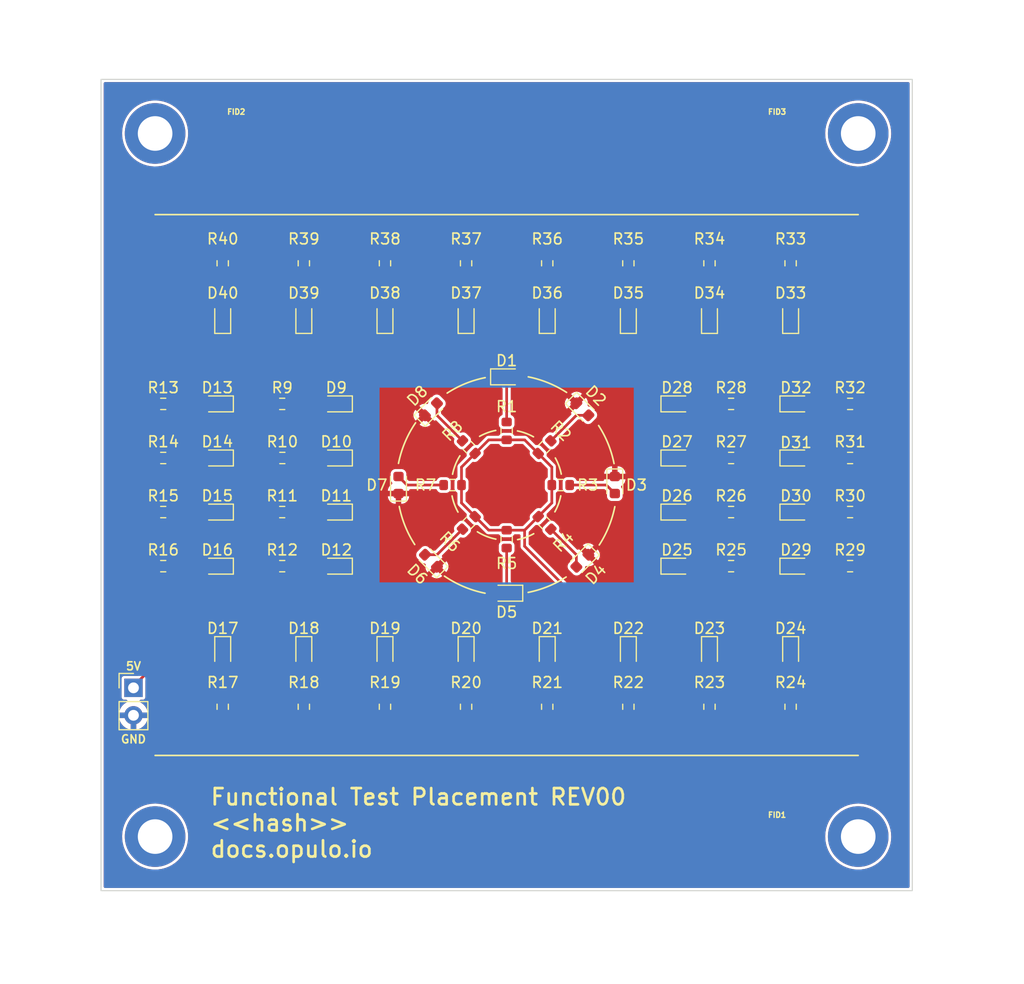
<source format=kicad_pcb>
(kicad_pcb (version 20221018) (generator pcbnew)
  (layers (0 "F.Cu" signal) (31 "B.Cu" signal) (34 "B.Paste" user) (35 "F.Paste" user) (36 "B.SilkS" user "B.Silkscreen") (37 "F.SilkS" user "F.Silkscreen") (38 "B.Mask" user) (39 "F.Mask" user) (44 "Edge.Cuts" user))
  (net 0 "")
  (net 1 "GND")
  (net 2 "Net-(D1-Pad2)")
  (net 3 "Net-(D2-Pad2)")
  (net 4 "Net-(D3-Pad2)")
  (net 5 "Net-(D4-Pad2)")
  (net 6 "Net-(D5-Pad2)")
  (net 7 "Net-(D6-Pad2)")
  (net 8 "Net-(D7-Pad2)")
  (net 9 "Net-(D8-Pad2)")
  (net 10 "VDD")
  (net 11 "Net-(D9-Pad2)")
  (net 12 "Net-(D10-Pad2)")
  (net 13 "Net-(D11-Pad2)")
  (net 14 "Net-(D12-Pad2)")
  (net 15 "Net-(D13-Pad2)")
  (net 16 "Net-(D14-Pad2)")
  (net 17 "Net-(D15-Pad2)")
  (net 18 "Net-(D16-Pad2)")
  (net 19 "Net-(D17-Pad2)")
  (net 20 "Net-(D18-Pad2)")
  (net 21 "Net-(D19-Pad2)")
  (net 22 "Net-(D20-Pad2)")
  (net 23 "Net-(D21-Pad2)")
  (net 24 "Net-(D22-Pad2)")
  (net 25 "Net-(D23-Pad2)")
  (net 26 "Net-(D24-Pad2)")
  (net 27 "Net-(D25-Pad2)")
  (net 28 "Net-(D26-Pad2)")
  (net 29 "Net-(D27-Pad2)")
  (net 30 "Net-(D28-Pad2)")
  (net 31 "Net-(D29-Pad2)")
  (net 32 "Net-(D30-Pad2)")
  (net 33 "Net-(D31-Pad2)")
  (net 34 "Net-(D32-Pad2)")
  (net 35 "Net-(D33-Pad2)")
  (net 36 "Net-(D34-Pad2)")
  (net 37 "Net-(D35-Pad2)")
  (net 38 "Net-(D36-Pad2)")
  (net 39 "Net-(D37-Pad2)")
  (net 40 "Net-(D38-Pad2)")
  (net 41 "Net-(D39-Pad2)")
  (net 42 "Net-(D40-Pad2)")
  (footprint "LED_SMD:LED_0603_1608Metric" (layer "F.Cu") (at 56.25 -53 90)
    (fp_text reference "D34" (at 2.25 0 180) (layer "F.SilkS"))
    (fp_text value "LED_Small")
    (pad "1" smd roundrect (at -0.7875 0 90) (size 0.875 0.95) (layers "F.Cu" "F.Paste" "F.Mask") (net 1 "GND"))
    (pad "2" smd roundrect (at 0.7875 0 90) (size 0.875 0.95) (layers "F.Cu" "F.Paste" "F.Mask") (net 36 "Net-(D34-Pad2)"))
  )
  (footprint "Resistor_SMD:R_0603_1608Metric" (layer "F.Cu") (at 5.75 -30)
    (fp_text reference "R16" (at 0 -1.5 180) (layer "F.SilkS"))
    (fp_text value "R_Small")
    (pad "1" smd roundrect (at -0.825 0) (size 0.8 0.95) (layers "F.Cu" "F.Paste" "F.Mask") (net 10 "VDD"))
    (pad "2" smd roundrect (at 0.825 0) (size 0.8 0.95) (layers "F.Cu" "F.Paste" "F.Mask") (net 18 "Net-(D16-Pad2)"))
  )
  (footprint "Resistor_SMD:R_0603_1608Metric" (layer "F.Cu") (at 69.25 -30 180)
    (fp_text reference "R29" (at 0 1.5) (layer "F.SilkS"))
    (fp_text value "R_Small")
    (pad "1" smd roundrect (at -0.825 0 180) (size 0.8 0.95) (layers "F.Cu" "F.Paste" "F.Mask") (net 10 "VDD"))
    (pad "2" smd roundrect (at 0.825 0 180) (size 0.8 0.95) (layers "F.Cu" "F.Paste" "F.Mask") (net 31 "Net-(D29-Pad2)"))
  )
  (footprint "LED_SMD:LED_0603_1608Metric" (layer "F.Cu") (at 53.25 -45)
    (fp_text reference "D28" (at 0 -1.5) (layer "F.SilkS"))
    (fp_text value "LED_Small")
    (pad "1" smd roundrect (at -0.7875 0) (size 0.875 0.95) (layers "F.Cu" "F.Paste" "F.Mask") (net 1 "GND"))
    (pad "2" smd roundrect (at 0.7875 0) (size 0.875 0.95) (layers "F.Cu" "F.Paste" "F.Mask") (net 30 "Net-(D28-Pad2)"))
  )
  (footprint "Resistor_SMD:R_0603_1608Metric" (layer "F.Cu") (at 40.999966 -40.999987 45)
    (fp_text reference "R2" (at 2.121354 0.000015 315 unlocked) (layer "F.SilkS"))
    (fp_text value "R_Small")
    (pad "1" smd roundrect (at -0.825 0 45) (size 0.8 0.95) (layers "F.Cu" "F.Paste" "F.Mask") (net 10 "VDD"))
    (pad "2" smd roundrect (at 0.825 0 45) (size 0.8 0.95) (layers "F.Cu" "F.Paste" "F.Mask") (net 3 "Net-(D2-Pad2)"))
  )
  (footprint "Resistor_SMD:R_0603_1608Metric" (layer "F.Cu") (at 5.75 -35)
    (fp_text reference "R15" (at 0 -1.5 180) (layer "F.SilkS"))
    (fp_text value "R_Small")
    (pad "1" smd roundrect (at -0.825 0) (size 0.8 0.95) (layers "F.Cu" "F.Paste" "F.Mask") (net 10 "VDD"))
    (pad "2" smd roundrect (at 0.825 0) (size 0.8 0.95) (layers "F.Cu" "F.Paste" "F.Mask") (net 17 "Net-(D15-Pad2)"))
  )
  (footprint "LED_SMD:LED_0603_1608Metric" (layer "F.Cu") (at 44.499966 -44.499987 -45)
    (fp_text reference "D2" (at 0.000015 -1.7678 -45 unlocked) (layer "F.SilkS"))
    (fp_text value "LED_Small")
    (pad "1" smd roundrect (at -0.7875 0 315) (size 0.875 0.95) (layers "F.Cu" "F.Paste" "F.Mask") (net 1 "GND"))
    (pad "2" smd roundrect (at 0.7875 0 315) (size 0.875 0.95) (layers "F.Cu" "F.Paste" "F.Mask") (net 3 "Net-(D2-Pad2)"))
  )
  (footprint "Resistor_SMD:R_0603_1608Metric" (layer "F.Cu") (at 63.75 -17 90)
    (fp_text reference "R24" (at 2.25 0 180) (layer "F.SilkS"))
    (fp_text value "R_Small")
    (pad "1" smd roundrect (at -0.825 0 90) (size 0.8 0.95) (layers "F.Cu" "F.Paste" "F.Mask") (net 10 "VDD"))
    (pad "2" smd roundrect (at 0.825 0 90) (size 0.8 0.95) (layers "F.Cu" "F.Paste" "F.Mask") (net 26 "Net-(D24-Pad2)"))
  )
  (footprint "LED_SMD:LED_0603_1608Metric" (layer "F.Cu") (at 21.75 -35 180)
    (fp_text reference "D11" (at 0 1.5) (layer "F.SilkS"))
    (fp_text value "LED_Small")
    (pad "1" smd roundrect (at -0.7875 0 180) (size 0.875 0.95) (layers "F.Cu" "F.Paste" "F.Mask") (net 1 "GND"))
    (pad "2" smd roundrect (at 0.7875 0 180) (size 0.875 0.95) (layers "F.Cu" "F.Paste" "F.Mask") (net 13 "Net-(D11-Pad2)"))
  )
  (footprint "Resistor_SMD:R_0603_1608Metric" (layer "F.Cu") (at 42.499966 -37.499987)
    (fp_text reference "R3" (at 2.500034 0) (layer "F.SilkS"))
    (fp_text value "R_Small")
    (pad "1" smd roundrect (at -0.825 0) (size 0.8 0.95) (layers "F.Cu" "F.Paste" "F.Mask") (net 10 "VDD"))
    (pad "2" smd roundrect (at 0.825 0) (size 0.8 0.95) (layers "F.Cu" "F.Paste" "F.Mask") (net 4 "Net-(D3-Pad2)"))
  )
  (footprint "LED_SMD:LED_0603_1608Metric" (layer "F.Cu") (at 30.499966 -44.499987 45)
    (fp_text reference "D8" (at 0.000033 -1.767752 45) (layer "F.SilkS"))
    (fp_text value "LED_Small")
    (pad "1" smd roundrect (at -0.7875 0 45) (size 0.875 0.95) (layers "F.Cu" "F.Paste" "F.Mask") (net 1 "GND"))
    (pad "2" smd roundrect (at 0.7875 0 45) (size 0.875 0.95) (layers "F.Cu" "F.Paste" "F.Mask") (net 9 "Net-(D8-Pad2)"))
  )
  (footprint "Resistor_SMD:R_0603_1608Metric" (layer "F.Cu") (at 16.75 -35)
    (fp_text reference "R11" (at 0 -1.5) (layer "F.SilkS"))
    (fp_text value "R_Small")
    (pad "1" smd roundrect (at -0.825 0) (size 0.8 0.95) (layers "F.Cu" "F.Paste" "F.Mask") (net 10 "VDD"))
    (pad "2" smd roundrect (at 0.825 0) (size 0.8 0.95) (layers "F.Cu" "F.Paste" "F.Mask") (net 13 "Net-(D11-Pad2)"))
  )
  (footprint "Resistor_SMD:R_0603_1608Metric" (layer "F.Cu") (at 63.75 -58 -90)
    (fp_text reference "R33" (at -2.25 0 180) (layer "F.SilkS"))
    (fp_text value "R_Small")
    (pad "1" smd roundrect (at -0.825 0 270) (size 0.8 0.95) (layers "F.Cu" "F.Paste" "F.Mask") (net 10 "VDD"))
    (pad "2" smd roundrect (at 0.825 0 270) (size 0.8 0.95) (layers "F.Cu" "F.Paste" "F.Mask") (net 35 "Net-(D33-Pad2)"))
  )
  (footprint "LED_SMD:LED_0603_1608Metric" (layer "F.Cu") (at 41.25 -53 90)
    (fp_text reference "D36" (at 2.25 0 180) (layer "F.SilkS"))
    (fp_text value "LED_Small")
    (pad "1" smd roundrect (at -0.7875 0 90) (size 0.875 0.95) (layers "F.Cu" "F.Paste" "F.Mask") (net 1 "GND"))
    (pad "2" smd roundrect (at 0.7875 0 90) (size 0.875 0.95) (layers "F.Cu" "F.Paste" "F.Mask") (net 38 "Net-(D36-Pad2)"))
  )
  (footprint "Resistor_SMD:R_0603_1608Metric" (layer "F.Cu") (at 18.75 -17 90)
    (fp_text reference "R18" (at 2.25 0 180) (layer "F.SilkS"))
    (fp_text value "R_Small")
    (pad "1" smd roundrect (at -0.825 0 90) (size 0.8 0.95) (layers "F.Cu" "F.Paste" "F.Mask") (net 10 "VDD"))
    (pad "2" smd roundrect (at 0.825 0 90) (size 0.8 0.95) (layers "F.Cu" "F.Paste" "F.Mask") (net 20 "Net-(D18-Pad2)"))
  )
  (footprint "LED_SMD:LED_0603_1608Metric" (layer "F.Cu") (at 10.75 -35 180)
    (fp_text reference "D15" (at 0 1.5 180) (layer "F.SilkS"))
    (fp_text value "LED_Small")
    (pad "1" smd roundrect (at -0.7875 0 180) (size 0.875 0.95) (layers "F.Cu" "F.Paste" "F.Mask") (net 1 "GND"))
    (pad "2" smd roundrect (at 0.7875 0 180) (size 0.875 0.95) (layers "F.Cu" "F.Paste" "F.Mask") (net 17 "Net-(D15-Pad2)"))
  )
  (footprint "LED_SMD:LED_0603_1608Metric" (layer "F.Cu") (at 10.75 -30 180)
    (fp_text reference "D16" (at 0 1.5 180) (layer "F.SilkS"))
    (fp_text value "LED_Small")
    (pad "1" smd roundrect (at -0.7875 0 180) (size 0.875 0.95) (layers "F.Cu" "F.Paste" "F.Mask") (net 1 "GND"))
    (pad "2" smd roundrect (at 0.7875 0 180) (size 0.875 0.95) (layers "F.Cu" "F.Paste" "F.Mask") (net 18 "Net-(D16-Pad2)"))
  )
  (footprint "Resistor_SMD:R_0603_1608Metric" (layer "F.Cu") (at 69.25 -45 180)
    (fp_text reference "R32" (at 0 1.5) (layer "F.SilkS"))
    (fp_text value "R_Small")
    (pad "1" smd roundrect (at -0.825 0 180) (size 0.8 0.95) (layers "F.Cu" "F.Paste" "F.Mask") (net 10 "VDD"))
    (pad "2" smd roundrect (at 0.825 0 180) (size 0.8 0.95) (layers "F.Cu" "F.Paste" "F.Mask") (net 34 "Net-(D32-Pad2)"))
  )
  (footprint "LED_SMD:LED_0603_1608Metric" (layer "F.Cu") (at 64.25 -40)
    (fp_text reference "D31" (at 0 -1.43) (layer "F.SilkS"))
    (fp_text value "LED_Small")
    (pad "1" smd roundrect (at -0.7875 0) (size 0.875 0.95) (layers "F.Cu" "F.Paste" "F.Mask") (net 1 "GND"))
    (pad "2" smd roundrect (at 0.7875 0) (size 0.875 0.95) (layers "F.Cu" "F.Paste" "F.Mask") (net 33 "Net-(D31-Pad2)"))
  )
  (footprint "MountingHole:MountingHole_3.2mm_M3_DIN965_Pad" (layer "F.Cu") (at 70 -5)
    (fp_text reference "REF**" hide)
    (fp_text value "MountingHole_3.2mm_M3_DIN965_Pad")
    (pad "1" thru_hole circle (at 0 0) (size 5.6 5.6) (drill 3.2) (layers "*.Cu" "*.Mask"))
  )
  (footprint "LED_SMD:LED_0603_1608Metric" (layer "F.Cu") (at 26.25 -22 -90)
    (fp_text reference "D19" (at -2.25 0 180) (layer "F.SilkS"))
    (fp_text value "LED_Small")
    (pad "1" smd roundrect (at -0.7875 0 270) (size 0.875 0.95) (layers "F.Cu" "F.Paste" "F.Mask") (net 1 "GND"))
    (pad "2" smd roundrect (at 0.7875 0 270) (size 0.875 0.95) (layers "F.Cu" "F.Paste" "F.Mask") (net 21 "Net-(D19-Pad2)"))
  )
  (footprint "LED_SMD:LED_0603_1608Metric" (layer "F.Cu") (at 30.499966 -30.499987 135)
    (fp_text reference "D6" (at -0.000015 -1.767734 315 unlocked) (layer "F.SilkS"))
    (fp_text value "LED_Small")
    (pad "1" smd roundrect (at -0.7875 0 135) (size 0.875 0.95) (layers "F.Cu" "F.Paste" "F.Mask") (net 1 "GND"))
    (pad "2" smd roundrect (at 0.7875 0 135) (size 0.875 0.95) (layers "F.Cu" "F.Paste" "F.Mask") (net 7 "Net-(D6-Pad2)"))
  )
  (footprint "LED_SMD:LED_0603_1608Metric" (layer "F.Cu") (at 53.25 -30)
    (fp_text reference "D25" (at 0 -1.5) (layer "F.SilkS"))
    (fp_text value "LED_Small")
    (pad "1" smd roundrect (at -0.7875 0) (size 0.875 0.95) (layers "F.Cu" "F.Paste" "F.Mask") (net 1 "GND"))
    (pad "2" smd roundrect (at 0.7875 0) (size 0.875 0.95) (layers "F.Cu" "F.Paste" "F.Mask") (net 27 "Net-(D25-Pad2)"))
  )
  (footprint "Resistor_SMD:R_0603_1608Metric" (layer "F.Cu") (at 16.75 -30)
    (fp_text reference "R12" (at 0 -1.5) (layer "F.SilkS"))
    (fp_text value "R_Small")
    (pad "1" smd roundrect (at -0.825 0) (size 0.8 0.95) (layers "F.Cu" "F.Paste" "F.Mask") (net 10 "VDD"))
    (pad "2" smd roundrect (at 0.825 0) (size 0.8 0.95) (layers "F.Cu" "F.Paste" "F.Mask") (net 14 "Net-(D12-Pad2)"))
  )
  (footprint "Resistor_SMD:R_0603_1608Metric" (layer "F.Cu") (at 37.499966 -32.499987 -90)
    (fp_text reference "R5" (at 2.249987 0 180) (layer "F.SilkS"))
    (fp_text value "R_Small")
    (pad "1" smd roundrect (at -0.825 0 270) (size 0.8 0.95) (layers "F.Cu" "F.Paste" "F.Mask") (net 10 "VDD"))
    (pad "2" smd roundrect (at 0.825 0 270) (size 0.8 0.95) (layers "F.Cu" "F.Paste" "F.Mask") (net 6 "Net-(D5-Pad2)"))
  )
  (footprint "MountingHole:MountingHole_3.2mm_M3_DIN965_Pad" (layer "F.Cu") (at 5 -70)
    (fp_text reference "REF**" hide)
    (fp_text value "MountingHole_3.2mm_M3_DIN965_Pad")
    (pad "1" thru_hole circle (at 0 0) (size 5.6 5.6) (drill 3.2) (layers "*.Cu" "*.Mask"))
  )
  (footprint "Resistor_SMD:R_0603_1608Metric" (layer "F.Cu") (at 5.75 -45)
    (fp_text reference "R13" (at 0 -1.5 180) (layer "F.SilkS"))
    (fp_text value "R_Small")
    (pad "1" smd roundrect (at -0.825 0) (size 0.8 0.95) (layers "F.Cu" "F.Paste" "F.Mask") (net 10 "VDD"))
    (pad "2" smd roundrect (at 0.825 0) (size 0.8 0.95) (layers "F.Cu" "F.Paste" "F.Mask") (net 15 "Net-(D13-Pad2)"))
  )
  (footprint "Connector_PinHeader_2.54mm:PinHeader_1x02_P2.54mm_Vertical" (layer "F.Cu") (at 3 -18.75)
    (fp_text reference "J1" hide)
    (fp_text value "Conn_01x02_Male")
    (pad "1" thru_hole rect (at 0 0) (size 1.7 1.7) (drill 1) (layers "*.Cu" "*.Mask") (net 10 "VDD"))
    (pad "2" thru_hole oval (at 0 2.54) (size 1.7 1.7) (drill 1) (layers "*.Cu" "*.Mask") (net 1 "GND"))
  )
  (footprint "Resistor_SMD:R_0603_1608Metric" (layer "F.Cu") (at 33.999966 -33.999987 -135)
    (fp_text reference "R6" (at 2.474841 -0.000015 -45 unlocked) (layer "F.SilkS"))
    (fp_text value "R_Small")
    (pad "1" smd roundrect (at -0.825 0 225) (size 0.8 0.95) (layers "F.Cu" "F.Paste" "F.Mask") (net 10 "VDD"))
    (pad "2" smd roundrect (at 0.825 0 225) (size 0.8 0.95) (layers "F.Cu" "F.Paste" "F.Mask") (net 7 "Net-(D6-Pad2)"))
  )
  (footprint "Resistor_SMD:R_0603_1608Metric" (layer "F.Cu") (at 56.25 -17 90)
    (fp_text reference "R23" (at 2.25 0 180) (layer "F.SilkS"))
    (fp_text value "R_Small")
    (pad "1" smd roundrect (at -0.825 0 90) (size 0.8 0.95) (layers "F.Cu" "F.Paste" "F.Mask") (net 10 "VDD"))
    (pad "2" smd roundrect (at 0.825 0 90) (size 0.8 0.95) (layers "F.Cu" "F.Paste" "F.Mask") (net 25 "Net-(D23-Pad2)"))
  )
  (footprint "Resistor_SMD:R_0603_1608Metric" (layer "F.Cu") (at 33.75 -58 -90)
    (fp_text reference "R37" (at -2.25 0 180) (layer "F.SilkS"))
    (fp_text value "R_Small")
    (pad "1" smd roundrect (at -0.825 0 270) (size 0.8 0.95) (layers "F.Cu" "F.Paste" "F.Mask") (net 10 "VDD"))
    (pad "2" smd roundrect (at 0.825 0 270) (size 0.8 0.95) (layers "F.Cu" "F.Paste" "F.Mask") (net 39 "Net-(D37-Pad2)"))
  )
  (footprint "LED_SMD:LED_0603_1608Metric" (layer "F.Cu") (at 64.25 -35)
    (fp_text reference "D30" (at 0 -1.5) (layer "F.SilkS"))
    (fp_text value "LED_Small")
    (pad "1" smd roundrect (at -0.7875 0) (size 0.875 0.95) (layers "F.Cu" "F.Paste" "F.Mask") (net 1 "GND"))
    (pad "2" smd roundrect (at 0.7875 0) (size 0.875 0.95) (layers "F.Cu" "F.Paste" "F.Mask") (net 32 "Net-(D30-Pad2)"))
  )
  (footprint "LED_SMD:LED_0603_1608Metric" (layer "F.Cu") (at 48.75 -22 -90)
    (fp_text reference "D22" (at -2.25 0 180) (layer "F.SilkS"))
    (fp_text value "LED_Small")
    (pad "1" smd roundrect (at -0.7875 0 270) (size 0.875 0.95) (layers "F.Cu" "F.Paste" "F.Mask") (net 1 "GND"))
    (pad "2" smd roundrect (at 0.7875 0 270) (size 0.875 0.95) (layers "F.Cu" "F.Paste" "F.Mask") (net 24 "Net-(D22-Pad2)"))
  )
  (footprint "Resistor_SMD:R_0603_1608Metric" (layer "F.Cu") (at 16.75 -45)
    (fp_text reference "R9" (at 0 -1.5) (layer "F.SilkS"))
    (fp_text value "R_Small")
    (pad "1" smd roundrect (at -0.825 0) (size 0.8 0.95) (layers "F.Cu" "F.Paste" "F.Mask") (net 10 "VDD"))
    (pad "2" smd roundrect (at 0.825 0) (size 0.8 0.95) (layers "F.Cu" "F.Paste" "F.Mask") (net 11 "Net-(D9-Pad2)"))
  )
  (footprint "Resistor_SMD:R_0603_1608Metric" (layer "F.Cu") (at 26.25 -58 -90)
    (fp_text reference "R38" (at -2.25 0 180) (layer "F.SilkS"))
    (fp_text value "R_Small")
    (pad "1" smd roundrect (at -0.825 0 270) (size 0.8 0.95) (layers "F.Cu" "F.Paste" "F.Mask") (net 10 "VDD"))
    (pad "2" smd roundrect (at 0.825 0 270) (size 0.8 0.95) (layers "F.Cu" "F.Paste" "F.Mask") (net 40 "Net-(D38-Pad2)"))
  )
  (footprint "LED_SMD:LED_0603_1608Metric" (layer "F.Cu") (at 41.25 -22 -90)
    (fp_text reference "D21" (at -2.25 0 180) (layer "F.SilkS"))
    (fp_text value "LED_Small")
    (pad "1" smd roundrect (at -0.7875 0 270) (size 0.875 0.95) (layers "F.Cu" "F.Paste" "F.Mask") (net 1 "GND"))
    (pad "2" smd roundrect (at 0.7875 0 270) (size 0.875 0.95) (layers "F.Cu" "F.Paste" "F.Mask") (net 23 "Net-(D21-Pad2)"))
  )
  (footprint "LED_SMD:LED_0603_1608Metric" (layer "F.Cu") (at 64.25 -45)
    (fp_text reference "D32" (at 0 -1.5) (layer "F.SilkS"))
    (fp_text value "LED_Small")
    (pad "1" smd roundrect (at -0.7875 0) (size 0.875 0.95) (layers "F.Cu" "F.Paste" "F.Mask") (net 1 "GND"))
    (pad "2" smd roundrect (at 0.7875 0) (size 0.875 0.95) (layers "F.Cu" "F.Paste" "F.Mask") (net 34 "Net-(D32-Pad2)"))
  )
  (footprint "LED_SMD:LED_0603_1608Metric" (layer "F.Cu") (at 33.75 -22 -90)
    (fp_text reference "D20" (at -2.25 0 180) (layer "F.SilkS"))
    (fp_text value "LED_Small")
    (pad "1" smd roundrect (at -0.7875 0 270) (size 0.875 0.95) (layers "F.Cu" "F.Paste" "F.Mask") (net 1 "GND"))
    (pad "2" smd roundrect (at 0.7875 0 270) (size 0.875 0.95) (layers "F.Cu" "F.Paste" "F.Mask") (net 22 "Net-(D20-Pad2)"))
  )
  (footprint "Resistor_SMD:R_0603_1608Metric" (layer "F.Cu") (at 58.25 -30 180)
    (fp_text reference "R25" (at 0 1.5) (layer "F.SilkS"))
    (fp_text value "R_Small")
    (pad "1" smd roundrect (at -0.825 0 180) (size 0.8 0.95) (layers "F.Cu" "F.Paste" "F.Mask") (net 10 "VDD"))
    (pad "2" smd roundrect (at 0.825 0 180) (size 0.8 0.95) (layers "F.Cu" "F.Paste" "F.Mask") (net 27 "Net-(D25-Pad2)"))
  )
  (footprint "LED_SMD:LED_0603_1608Metric" (layer "F.Cu") (at 11.25 -22 -90)
    (fp_text reference "D17" (at -2.25 0 180) (layer "F.SilkS"))
    (fp_text value "LED_Small")
    (pad "1" smd roundrect (at -0.7875 0 270) (size 0.875 0.95) (layers "F.Cu" "F.Paste" "F.Mask") (net 1 "GND"))
    (pad "2" smd roundrect (at 0.7875 0 270) (size 0.875 0.95) (layers "F.Cu" "F.Paste" "F.Mask") (net 19 "Net-(D17-Pad2)"))
  )
  (footprint "Resistor_SMD:R_0603_1608Metric" (layer "F.Cu") (at 16.7625 -40)
    (fp_text reference "R10" (at 0 -1.5) (layer "F.SilkS"))
    (fp_text value "R_Small")
    (pad "1" smd roundrect (at -0.825 0) (size 0.8 0.95) (layers "F.Cu" "F.Paste" "F.Mask") (net 10 "VDD"))
    (pad "2" smd roundrect (at 0.825 0) (size 0.8 0.95) (layers "F.Cu" "F.Paste" "F.Mask") (net 12 "Net-(D10-Pad2)"))
  )
  (footprint "MountingHole:MountingHole_3.2mm_M3_DIN965_Pad" (layer "F.Cu") (at 70 -70)
    (fp_text reference "REF**" hide)
    (fp_text value "MountingHole_3.2mm_M3_DIN965_Pad")
    (pad "1" thru_hole circle (at 0 0) (size 5.6 5.6) (drill 3.2) (layers "*.Cu" "*.Mask"))
  )
  (footprint "LED_SMD:LED_0603_1608Metric" (layer "F.Cu") (at 53.25 -35)
    (fp_text reference "D26" (at 0 -1.5) (layer "F.SilkS"))
    (fp_text value "LED_Small")
    (pad "1" smd roundrect (at -0.7875 0) (size 0.875 0.95) (layers "F.Cu" "F.Paste" "F.Mask") (net 1 "GND"))
    (pad "2" smd roundrect (at 0.7875 0) (size 0.875 0.95) (layers "F.Cu" "F.Paste" "F.Mask") (net 28 "Net-(D26-Pad2)"))
  )
  (footprint "Resistor_SMD:R_0603_1608Metric" (layer "F.Cu") (at 40.999966 -33.999987 -45)
    (fp_text reference "R4" (at 2.474889 -0.000033 225) (layer "F.SilkS"))
    (fp_text value "R_Small")
    (pad "1" smd roundrect (at -0.825 0 315) (size 0.8 0.95) (layers "F.Cu" "F.Paste" "F.Mask") (net 10 "VDD"))
    (pad "2" smd roundrect (at 0.825 0 315) (size 0.8 0.95) (layers "F.Cu" "F.Paste" "F.Mask") (net 5 "Net-(D4-Pad2)"))
  )
  (footprint "LED_SMD:LED_0603_1608Metric" (layer "F.Cu") (at 47.499966 -37.499987 -90)
    (fp_text reference "D3" (at 0 -2.000034 unlocked) (layer "F.SilkS"))
    (fp_text value "LED_Small")
    (pad "1" smd roundrect (at -0.7875 0 270) (size 0.875 0.95) (layers "F.Cu" "F.Paste" "F.Mask") (net 1 "GND"))
    (pad "2" smd roundrect (at 0.7875 0 270) (size 0.875 0.95) (layers "F.Cu" "F.Paste" "F.Mask") (net 4 "Net-(D3-Pad2)"))
  )
  (footprint "Resistor_SMD:R_0603_1608Metric" (layer "F.Cu") (at 5.75 -40)
    (fp_text reference "R14" (at 0 -1.5 180) (layer "F.SilkS"))
    (fp_text value "R_Small")
    (pad "1" smd roundrect (at -0.825 0) (size 0.8 0.95) (layers "F.Cu" "F.Paste" "F.Mask") (net 10 "VDD"))
    (pad "2" smd roundrect (at 0.825 0) (size 0.8 0.95) (layers "F.Cu" "F.Paste" "F.Mask") (net 16 "Net-(D14-Pad2)"))
  )
  (footprint "LED_SMD:LED_0603_1608Metric" (layer "F.Cu") (at 56.25 -22 -90)
    (fp_text reference "D23" (at -2.25 0 180) (layer "F.SilkS"))
    (fp_text value "LED_Small")
    (pad "1" smd roundrect (at -0.7875 0 270) (size 0.875 0.95) (layers "F.Cu" "F.Paste" "F.Mask") (net 1 "GND"))
    (pad "2" smd roundrect (at 0.7875 0 270) (size 0.875 0.95) (layers "F.Cu" "F.Paste" "F.Mask") (net 25 "Net-(D23-Pad2)"))
  )
  (footprint "LED_SMD:LED_0603_1608Metric" (layer "F.Cu") (at 48.75 -53 90)
    (fp_text reference "D35" (at 2.25 0 180) (layer "F.SilkS"))
    (fp_text value "LED_Small")
    (pad "1" smd roundrect (at -0.7875 0 90) (size 0.875 0.95) (layers "F.Cu" "F.Paste" "F.Mask") (net 1 "GND"))
    (pad "2" smd roundrect (at 0.7875 0 90) (size 0.875 0.95) (layers "F.Cu" "F.Paste" "F.Mask") (net 37 "Net-(D35-Pad2)"))
  )
  (footprint "Fiducial:Fiducial_1mm_Mask3mm" (layer "F.Cu") (at 62.5 -70)
    (fp_text reference "FID3" (at 0 -2) (layer "F.SilkS") (effects (font (size 0.5 0.5) (thickness 0.125))))
    (fp_text value "Fiducial")
    (pad "" smd circle (at 0 0) (size 1 1) (layers "F.Cu" "F.Mask") (clearance 1))
  )
  (footprint "MountingHole:MountingHole_3.2mm_M3_DIN965_Pad" (layer "F.Cu") (at 5 -5)
    (fp_text reference "REF**" hide)
    (fp_text value "MountingHole_3.2mm_M3_DIN965_Pad")
    (pad "1" thru_hole circle (at 0 0) (size 5.6 5.6) (drill 3.2) (layers "*.Cu" "*.Mask"))
  )
  (footprint "Resistor_SMD:R_0603_1608Metric" (layer "F.Cu") (at 37.499966 -42.499987 90)
    (fp_text reference "R1" (at 2.250013 0 180) (layer "F.SilkS"))
    (fp_text value "R_Small")
    (pad "1" smd roundrect (at -0.825 0 90) (size 0.8 0.95) (layers "F.Cu" "F.Paste" "F.Mask") (net 10 "VDD"))
    (pad "2" smd roundrect (at 0.825 0 90) (size 0.8 0.95) (layers "F.Cu" "F.Paste" "F.Mask") (net 2 "Net-(D1-Pad2)"))
  )
  (footprint "Resistor_SMD:R_0603_1608Metric" (layer "F.Cu") (at 41.25 -17 90)
    (fp_text reference "R21" (at 2.25 0 180) (layer "F.SilkS"))
    (fp_text value "R_Small")
    (pad "1" smd roundrect (at -0.825 0 90) (size 0.8 0.95) (layers "F.Cu" "F.Paste" "F.Mask") (net 10 "VDD"))
    (pad "2" smd roundrect (at 0.825 0 90) (size 0.8 0.95) (layers "F.Cu" "F.Paste" "F.Mask") (net 23 "Net-(D21-Pad2)"))
  )
  (footprint "Resistor_SMD:R_0603_1608Metric" (layer "F.Cu") (at 41.25 -58 -90)
    (fp_text reference "R36" (at -2.25 0 180) (layer "F.SilkS"))
    (fp_text value "R_Small")
    (pad "1" smd roundrect (at -0.825 0 270) (size 0.8 0.95) (layers "F.Cu" "F.Paste" "F.Mask") (net 10 "VDD"))
    (pad "2" smd roundrect (at 0.825 0 270) (size 0.8 0.95) (layers "F.Cu" "F.Paste" "F.Mask") (net 38 "Net-(D36-Pad2)"))
  )
  (footprint "LED_SMD:LED_0603_1608Metric" (layer "F.Cu") (at 21.75 -40 180)
    (fp_text reference "D10" (at 0 1.5) (layer "F.SilkS"))
    (fp_text value "LED_Small")
    (pad "1" smd roundrect (at -0.7875 0 180) (size 0.875 0.95) (layers "F.Cu" "F.Paste" "F.Mask") (net 1 "GND"))
    (pad "2" smd roundrect (at 0.7875 0 180) (size 0.875 0.95) (layers "F.Cu" "F.Paste" "F.Mask") (net 12 "Net-(D10-Pad2)"))
  )
  (footprint "LED_SMD:LED_0603_1608Metric" (layer "F.Cu") (at 64.25 -30)
    (fp_text reference "D29" (at 0 -1.5) (layer "F.SilkS"))
    (fp_text value "LED_Small")
    (pad "1" smd roundrect (at -0.7875 0) (size 0.875 0.95) (layers "F.Cu" "F.Paste" "F.Mask") (net 1 "GND"))
    (pad "2" smd roundrect (at 0.7875 0) (size 0.875 0.95) (layers "F.Cu" "F.Paste" "F.Mask") (net 31 "Net-(D29-Pad2)"))
  )
  (footprint "Resistor_SMD:R_0603_1608Metric" (layer "F.Cu") (at 58.25 -45 180)
    (fp_text reference "R28" (at 0 1.5) (layer "F.SilkS"))
    (fp_text value "R_Small")
    (pad "1" smd roundrect (at -0.825 0 180) (size 0.8 0.95) (layers "F.Cu" "F.Paste" "F.Mask") (net 10 "VDD"))
    (pad "2" smd roundrect (at 0.825 0 180) (size 0.8 0.95) (layers "F.Cu" "F.Paste" "F.Mask") (net 30 "Net-(D28-Pad2)"))
  )
  (footprint "Resistor_SMD:R_0603_1608Metric" (layer "F.Cu") (at 26.25 -17 90)
    (fp_text reference "R19" (at 2.25 0 180) (layer "F.SilkS"))
    (fp_text value "R_Small")
    (pad "1" smd roundrect (at -0.825 0 90) (size 0.8 0.95) (layers "F.Cu" "F.Paste" "F.Mask") (net 10 "VDD"))
    (pad "2" smd roundrect (at 0.825 0 90) (size 0.8 0.95) (layers "F.Cu" "F.Paste" "F.Mask") (net 21 "Net-(D19-Pad2)"))
  )
  (footprint "LED_SMD:LED_0603_1608Metric" (layer "F.Cu") (at 63.75 -22 -90)
    (fp_text reference "D24" (at -2.25 0 180) (layer "F.SilkS"))
    (fp_text value "LED_Small")
    (pad "1" smd roundrect (at -0.7875 0 270) (size 0.875 0.95) (layers "F.Cu" "F.Paste" "F.Mask") (net 1 "GND"))
    (pad "2" smd roundrect (at 0.7875 0 270) (size 0.875 0.95) (layers "F.Cu" "F.Paste" "F.Mask") (net 26 "Net-(D24-Pad2)"))
  )
  (footprint "Resistor_SMD:R_0603_1608Metric" (layer "F.Cu") (at 11.25 -17 90)
    (fp_text reference "R17" (at 2.25 0 180) (layer "F.SilkS"))
    (fp_text value "R_Small")
    (pad "1" smd roundrect (at -0.825 0 90) (size 0.8 0.95) (layers "F.Cu" "F.Paste" "F.Mask") (net 10 "VDD"))
    (pad "2" smd roundrect (at 0.825 0 90) (size 0.8 0.95) (layers "F.Cu" "F.Paste" "F.Mask") (net 19 "Net-(D17-Pad2)"))
  )
  (footprint "LED_SMD:LED_0603_1608Metric" (layer "F.Cu") (at 27.499966 -37.499987 90)
    (fp_text reference "D7" (at 0.000013 -1.999966 180) (layer "F.SilkS"))
    (fp_text value "LED_Small")
    (pad "1" smd roundrect (at -0.7875 0 90) (size 0.875 0.95) (layers "F.Cu" "F.Paste" "F.Mask") (net 1 "GND"))
    (pad "2" smd roundrect (at 0.7875 0 90) (size 0.875 0.95) (layers "F.Cu" "F.Paste" "F.Mask") (net 8 "Net-(D7-Pad2)"))
  )
  (footprint "LED_SMD:LED_0603_1608Metric" (layer "F.Cu") (at 18.75 -22 -90)
    (fp_text reference "D18" (at -2.25 0 180) (layer "F.SilkS"))
    (fp_text value "LED_Small")
    (pad "1" smd roundrect (at -0.7875 0 270) (size 0.875 0.95) (layers "F.Cu" "F.Paste" "F.Mask") (net 1 "GND"))
    (pad "2" smd roundrect (at 0.7875 0 270) (size 0.875 0.95) (layers "F.Cu" "F.Paste" "F.Mask") (net 20 "Net-(D18-Pad2)"))
  )
  (footprint "Resistor_SMD:R_0603_1608Metric" (layer "F.Cu") (at 18.75 -58 -90)
    (fp_text reference "R39" (at -2.25 0 180) (layer "F.SilkS"))
    (fp_text value "R_Small")
    (pad "1" smd roundrect (at -0.825 0 270) (size 0.8 0.95) (layers "F.Cu" "F.Paste" "F.Mask") (net 10 "VDD"))
    (pad "2" smd roundrect (at 0.825 0 270) (size 0.8 0.95) (layers "F.Cu" "F.Paste" "F.Mask") (net 41 "Net-(D39-Pad2)"))
  )
  (footprint "Resistor_SMD:R_0603_1608Metric" (layer "F.Cu") (at 48.75 -17 90)
    (fp_text reference "R22" (at 2.25 0 180) (layer "F.SilkS"))
    (fp_text value "R_Small")
    (pad "1" smd roundrect (at -0.825 0 90) (size 0.8 0.95) (layers "F.Cu" "F.Paste" "F.Mask") (net 10 "VDD"))
    (pad "2" smd roundrect (at 0.825 0 90) (size 0.8 0.95) (layers "F.Cu" "F.Paste" "F.Mask") (net 24 "Net-(D22-Pad2)"))
  )
  (footprint "LED_SMD:LED_0603_1608Metric" (layer "F.Cu") (at 10.75 -40 180)
    (fp_text reference "D14" (at 0 1.5 180) (layer "F.SilkS"))
    (fp_text value "LED_Small")
    (pad "1" smd roundrect (at -0.7875 0 180) (size 0.875 0.95) (layers "F.Cu" "F.Paste" "F.Mask") (net 1 "GND"))
    (pad "2" smd roundrect (at 0.7875 0 180) (size 0.875 0.95) (layers "F.Cu" "F.Paste" "F.Mask") (net 16 "Net-(D14-Pad2)"))
  )
  (footprint "LED_SMD:LED_0603_1608Metric" (layer "F.Cu") (at 37.499966 -27.499987 180)
    (fp_text reference "D5" (at -0.000034 -1.749987) (layer "F.SilkS"))
    (fp_text value "LED_Small")
    (pad "1" smd roundrect (at -0.7875 0 180) (size 0.875 0.95) (layers "F.Cu" "F.Paste" "F.Mask") (net 1 "GND"))
    (pad "2" smd roundrect (at 0.7875 0 180) (size 0.875 0.95) (layers "F.Cu" "F.Paste" "F.Mask") (net 6 "Net-(D5-Pad2)"))
  )
  (footprint "LED_SMD:LED_0603_1608Metric" (layer "F.Cu") (at 21.75 -30 180)
    (fp_text reference "D12" (at 0 1.5) (layer "F.SilkS"))
    (fp_text value "LED_Small")
    (pad "1" smd roundrect (at -0.7875 0 180) (size 0.875 0.95) (layers "F.Cu" "F.Paste" "F.Mask") (net 1 "GND"))
    (pad "2" smd roundrect (at 0.7875 0 180) (size 0.875 0.95) (layers "F.Cu" "F.Paste" "F.Mask") (net 14 "Net-(D12-Pad2)"))
  )
  (footprint "Resistor_SMD:R_0603_1608Metric" (layer "F.Cu") (at 33.999966 -40.999987 135)
    (fp_text reference "R8" (at 2.12132 0 225) (layer "F.SilkS"))
    (fp_text value "R_Small")
    (pad "1" smd roundrect (at -0.825 0 135) (size 0.8 0.95) (layers "F.Cu" "F.Paste" "F.Mask") (net 10 "VDD"))
    (pad "2" smd roundrect (at 0.825 0 135) (size 0.8 0.95) (layers "F.Cu" "F.Paste" "F.Mask") (net 9 "Net-(D8-Pad2)"))
  )
  (footprint "Resistor_SMD:R_0603_1608Metric" (layer "F.Cu") (at 32.499966 -37.499987 180)
    (fp_text reference "R7" (at 2.499966 0) (layer "F.SilkS"))
    (fp_text value "R_Small")
    (pad "1" smd roundrect (at -0.825 0 180) (size 0.8 0.95) (layers "F.Cu" "F.Paste" "F.Mask") (net 10 "VDD"))
    (pad "2" smd roundrect (at 0.825 0 180) (size 0.8 0.95) (layers "F.Cu" "F.Paste" "F.Mask") (net 8 "Net-(D7-Pad2)"))
  )
  (footprint "Fiducial:Fiducial_1mm_Mask3mm" (layer "F.Cu") (at 62.5 -5)
    (fp_text reference "FID1" (at 0 -2) (layer "F.SilkS") (effects (font (size 0.5 0.5) (thickness 0.125))))
    (fp_text value "Fiducial")
    (pad "" smd circle (at 0 0) (size 1 1) (layers "F.Cu" "F.Mask") (clearance 1))
  )
  (footprint "Resistor_SMD:R_0603_1608Metric" (layer "F.Cu") (at 48.75 -58 -90)
    (fp_text reference "R35" (at -2.25 0 180) (layer "F.SilkS"))
    (fp_text value "R_Small")
    (pad "1" smd roundrect (at -0.825 0 270) (size 0.8 0.95) (layers "F.Cu" "F.Paste" "F.Mask") (net 10 "VDD"))
    (pad "2" smd roundrect (at 0.825 0 270) (size 0.8 0.95) (layers "F.Cu" "F.Paste" "F.Mask") (net 37 "Net-(D35-Pad2)"))
  )
  (footprint "LED_SMD:LED_0603_1608Metric" (layer "F.Cu") (at 18.75 -53 90)
    (fp_text reference "D39" (at 2.25 0 180) (layer "F.SilkS"))
    (fp_text value "LED_Small")
    (pad "1" smd roundrect (at -0.7875 0 90) (size 0.875 0.95) (layers "F.Cu" "F.Paste" "F.Mask") (net 1 "GND"))
    (pad "2" smd roundrect (at 0.7875 0 90) (size 0.875 0.95) (layers "F.Cu" "F.Paste" "F.Mask") (net 41 "Net-(D39-Pad2)"))
  )
  (footprint "LED_SMD:LED_0603_1608Metric" (layer "F.Cu") (at 33.75 -53 90)
    (fp_text reference "D37" (at 2.25 0 180) (layer "F.SilkS"))
    (fp_text value "LED_Small")
    (pad "1" smd roundrect (at -0.7875 0 90) (size 0.875 0.95) (layers "F.Cu" "F.Paste" "F.Mask") (net 1 "GND"))
    (pad "2" smd roundrect (at 0.7875 0 90) (size 0.875 0.95) (layers "F.Cu" "F.Paste" "F.Mask") (net 39 "Net-(D37-Pad2)"))
  )
  (footprint "mfg:opulo-logo" (layer "F.Cu") (at 37.5 -68.75)
    (fp_text reference "G***" hide)
    (fp_text value "LOGO" hide)
  )
  (footprint "LED_SMD:LED_0603_1608Metric" (layer "F.Cu") (at 44.499966 -30.499987 -135)
    (fp_text reference "D4" (at -0.000033 -1.767782 45) (layer "F.SilkS"))
    (fp_text value "LED_Small")
    (pad "1" smd roundrect (at -0.7875 0 225) (size 0.875 0.95) (layers "F.Cu" "F.Paste" "F.Mask") (net 1 "GND"))
    (pad "2" smd roundrect (at 0.7875 0 225) (size 0.875 0.95) (layers "F.Cu" "F.Paste" "F.Mask") (net 5 "Net-(D4-Pad2)"))
  )
  (footprint "Resistor_SMD:R_0603_1608Metric" (layer "F.Cu") (at 58.25 -40 180)
    (fp_text reference "R27" (at 0 1.5) (layer "F.SilkS"))
    (fp_text value "R_Small")
    (pad "1" smd roundrect (at -0.825 0 180) (size 0.8 0.95) (layers "F.Cu" "F.Paste" "F.Mask") (net 10 "VDD"))
    (pad "2" smd roundrect (at 0.825 0 180) (size 0.8 0.95) (layers "F.Cu" "F.Paste" "F.Mask") (net 29 "Net-(D27-Pad2)"))
  )
  (footprint "LED_SMD:LED_0603_1608Metric" (layer "F.Cu") (at 11.25 -53 90)
    (fp_text reference "D40" (at 2.25 0 180) (layer "F.SilkS"))
    (fp_text value "LED_Small")
    (pad "1" smd roundrect (at -0.7875 0 90) (size 0.875 0.95) (layers "F.Cu" "F.Paste" "F.Mask") (net 1 "GND"))
    (pad "2" smd roundrect (at 0.7875 0 90) (size 0.875 0.95) (layers "F.Cu" "F.Paste" "F.Mask") (net 42 "Net-(D40-Pad2)"))
  )
  (footprint "Resistor_SMD:R_0603_1608Metric" (layer "F.Cu") (at 33.75 -17 90)
    (fp_text reference "R20" (at 2.25 0 180) (layer "F.SilkS"))
    (fp_text value "R_Small")
    (pad "1" smd roundrect (at -0.825 0 90) (size 0.8 0.95) (layers "F.Cu" "F.Paste" "F.Mask") (net 10 "VDD"))
    (pad "2" smd roundrect (at 0.825 0 90) (size 0.8 0.95) (layers "F.Cu" "F.Paste" "F.Mask") (net 22 "Net-(D20-Pad2)"))
  )
  (footprint "LED_SMD:LED_0603_1608Metric" (layer "F.Cu") (at 37.499966 -47.499987)
    (fp_text reference "D1" (at 0.000034 -1.500013) (layer "F.SilkS"))
    (fp_text value "LED_Small")
    (pad "1" smd roundrect (at -0.7875 0) (size 0.875 0.95) (layers "F.Cu" "F.Paste" "F.Mask") (net 1 "GND"))
    (pad "2" smd roundrect (at 0.7875 0) (size 0.875 0.95) (layers "F.Cu" "F.Paste" "F.Mask") (net 2 "Net-(D1-Pad2)"))
  )
  (footprint "Resistor_SMD:R_0603_1608Metric" (layer "F.Cu") (at 58.25 -35 180)
    (fp_text reference "R26" (at 0 1.5) (layer "F.SilkS"))
    (fp_text value "R_Small")
    (pad "1" smd roundrect (at -0.825 0 180) (size 0.8 0.95) (layers "F.Cu" "F.Paste" "F.Mask") (net 10 "VDD"))
    (pad "2" smd roundrect (at 0.825 0 180) (size 0.8 0.95) (layers "F.Cu" "F.Paste" "F.Mask") (net 28 "Net-(D26-Pad2)"))
  )
  (footprint "LED_SMD:LED_0603_1608Metric" (layer "F.Cu") (at 10.75 -45 180)
    (fp_text reference "D13" (at 0 1.5 180) (layer "F.SilkS"))
    (fp_text value "LED_Small")
    (pad "1" smd roundrect (at -0.7875 0 180) (size 0.875 0.95) (layers "F.Cu" "F.Paste" "F.Mask") (net 1 "GND"))
    (pad "2" smd roundrect (at 0.7875 0 180) (size 0.875 0.95) (layers "F.Cu" "F.Paste" "F.Mask") (net 15 "Net-(D13-Pad2)"))
  )
  (footprint "Fiducial:Fiducial_1mm_Mask3mm" (layer "F.Cu") (at 12.5 -70)
    (fp_text reference "FID2" (at 0 -2) (layer "F.SilkS") (effects (font (size 0.5 0.5) (thickness 0.125))))
    (fp_text value "Fiducial")
    (pad "" smd circle (at 0 0) (size 1 1) (layers "F.Cu" "F.Mask") (clearance 1))
  )
  (footprint "LED_SMD:LED_0603_1608Metric" (layer "F.Cu") (at 26.25 -53 90)
    (fp_text reference "D38" (at 2.25 0 180) (layer "F.SilkS"))
    (fp_text value "LED_Small")
    (pad "1" smd roundrect (at -0.7875 0 90) (size 0.875 0.95) (layers "F.Cu" "F.Paste" "F.Mask") (net 1 "GND"))
    (pad "2" smd roundrect (at 0.7875 0 90) (size 0.875 0.95) (layers "F.Cu" "F.Paste" "F.Mask") (net 40 "Net-(D38-Pad2)"))
  )
  (footprint "LED_SMD:LED_0603_1608Metric" (layer "F.Cu") (at 63.75 -53 90)
    (fp_text reference "D33" (at 2.25 0 180) (layer "F.SilkS"))
    (fp_text value "LED_Small")
    (pad "1" smd roundrect (at -0.7875 0 90) (size 0.875 0.95) (layers "F.Cu" "F.Paste" "F.Mask") (net 1 "GND"))
    (pad "2" smd roundrect (at 0.7875 0 90) (size 0.875 0.95) (layers "F.Cu" "F.Paste" "F.Mask") (net 35 "Net-(D33-Pad2)"))
  )
  (footprint "Resistor_SMD:R_0603_1608Metric" (layer "F.Cu") (at 56.25 -58 -90)
    (fp_text reference "R34" (at -2.25 0 180) (layer "F.SilkS"))
    (fp_text value "R_Small")
    (pad "1" smd roundrect (at -0.825 0 270) (size 0.8 0.95) (layers "F.Cu" "F.Paste" "F.Mask") (net 10 "VDD"))
    (pad "2" smd roundrect (at 0.825 0 270) (size 0.8 0.95) (layers "F.Cu" "F.Paste" "F.Mask") (net 36 "Net-(D34-Pad2)"))
  )
  (footprint "Resistor_SMD:R_0603_1608Metric" (layer "F.Cu") (at 69.25 -40 180)
    (fp_text reference "R31" (at 0 1.5) (layer "F.SilkS"))
    (fp_text value "R_Small")
    (pad "1" smd roundrect (at -0.825 0 180) (size 0.8 0.95) (layers "F.Cu" "F.Paste" "F.Mask") (net 10 "VDD"))
    (pad "2" smd roundrect (at 0.825 0 180) (size 0.8 0.95) (layers "F.Cu" "F.Paste" "F.Mask") (net 33 "Net-(D31-Pad2)"))
  )
  (footprint "Resistor_SMD:R_0603_1608Metric" (layer "F.Cu") (at 69.25 -35 180)
    (fp_text reference "R30" (at 0 1.5) (layer "F.SilkS"))
    (fp_text value "R_Small")
    (pad "1" smd roundrect (at -0.825 0 180) (size 0.8 0.95) (layers "F.Cu" "F.Paste" "F.Mask") (net 10 "VDD"))
    (pad "2" smd roundrect (at 0.825 0 180) (size 0.8 0.95) (layers "F.Cu" "F.Paste" "F.Mask") (net 32 "Net-(D30-Pad2)"))
  )
  (footprint "Resistor_SMD:R_0603_1608Metric" (layer "F.Cu") (at 11.25 -58 -90)
    (fp_text reference "R40" (at -2.25 0 180) (layer "F.SilkS"))
    (fp_text value "R_Small")
    (pad "1" smd roundrect (at -0.825 0 270) (size 0.8 0.95) (layers "F.Cu" "F.Paste" "F.Mask") (net 10 "VDD"))
    (pad "2" smd roundrect (at 0.825 0 270) (size 0.8 0.95) (layers "F.Cu" "F.Paste" "F.Mask") (net 42 "Net-(D40-Pad2)"))
  )
  (footprint "LED_SMD:LED_0603_1608Metric" (layer "F.Cu") (at 53.25 -40)
    (fp_text reference "D27" (at 0 -1.5) (layer "F.SilkS"))
    (fp_text value "LED_Small")
    (pad "1" smd roundrect (at -0.7875 0) (size 0.875 0.95) (layers "F.Cu" "F.Paste" "F.Mask") (net 1 "GND"))
    (pad "2" smd roundrect (at 0.7875 0) (size 0.875 0.95) (layers "F.Cu" "F.Paste" "F.Mask") (net 29 "Net-(D27-Pad2)"))
  )
  (footprint "LED_SMD:LED_0603_1608Metric" (layer "F.Cu") (at 21.75 -45 180)
    (fp_text reference "D9" (at 0 1.5) (layer "F.SilkS"))
    (fp_text value "LED_Small")
    (pad "1" smd roundrect (at -0.7875 0 180) (size 0.875 0.95) (layers "F.Cu" "F.Paste" "F.Mask") (net 1 "GND"))
    (pad "2" smd roundrect (at 0.7875 0 180) (size 0.875 0.95) (layers "F.Cu" "F.Paste" "F.Mask") (net 11 "Net-(D9-Pad2)"))
  )
  (footprint "index:cal-dot-grid" (layer "B.Cu") (at 37.5 -37.5 90)
    (fp_text reference "G***" hide)
    (fp_text value "LOGO" hide)
  )
  (gr_arc (start 42.499965 -36.499987) (mid 42.285904 -35.740786) (end 41.957311 -35.023684) (stroke (width 0.15)) (layer "F.SilkS"))
  (gr_arc (start 34.999966 -41.999987) (mid 35.72393 -42.331725) (end 36.490396 -42.547835) (stroke (width 0.15)) (layer "F.SilkS"))
  (gr_arc (start 38.499966 -42.499986) (mid 39.259167 -42.285925) (end 39.976269 -41.957332) (stroke (width 0.15)) (layer "F.SilkS"))
  (gr_arc (start 27.499966 -39.499987) (mid 28.100557 -41.456136) (end 29.079586 -43.253003) (stroke (width 0.15)) (layer "F.SilkS"))
  (gr_arc (start 39.499966 -47.499987) (mid 41.337967 -46.948254) (end 43.040064 -46.061956) (stroke (width 0.15)) (layer "F.SilkS"))
  (gr_arc (start 28.999966 -31.999987) (mid 28.120083 -33.689765) (end 27.572344 -35.514463) (stroke (width 0.15)) (layer "F.SilkS"))
  (gr_arc (start 47.499966 -35.499987) (mid 46.948233 -33.661986) (end 46.061935 -31.959889) (stroke (width 0.15)) (layer "F.SilkS"))
  (gr_arc (start 36.499966 -32.499988) (mid 35.618122 -32.760931) (end 34.797491 -33.176028) (stroke (width 0.15)) (layer "F.SilkS"))
  (gr_line (start 5 -12.5) (end 70 -12.5) (stroke (width 0.15)) (layer "F.SilkS"))
  (gr_arc (start 32.499967 -38.499987) (mid 32.76091 -39.381831) (end 33.176007 -40.202462) (stroke (width 0.15)) (layer "F.SilkS"))
  (gr_arc (start 32.999966 -34.999987) (mid 32.668228 -35.723951) (end 32.452118 -36.490417) (stroke (width 0.15)) (layer "F.SilkS"))
  (gr_line (start 5 -62.5) (end 70 -62.5) (stroke (width 0.15)) (layer "F.SilkS"))
  (gr_arc (start 45.999966 -42.999987) (mid 46.879849 -41.310209) (end 47.427588 -39.485511) (stroke (width 0.15)) (layer "F.SilkS"))
  (gr_arc (start 42.999966 -28.999987) (mid 41.310188 -28.120104) (end 39.48549 -27.572365) (stroke (width 0.15)) (layer "F.SilkS"))
  (gr_arc (start 31.999966 -45.999987) (mid 33.689744 -46.87987) (end 35.514442 -47.427609) (stroke (width 0.15)) (layer "F.SilkS"))
  (gr_arc (start 41.999966 -39.999987) (mid 42.331704 -39.276023) (end 42.547814 -38.509557) (stroke (width 0.15)) (layer "F.SilkS"))
  (gr_arc (start 39.999966 -32.999987) (mid 39.276002 -32.668249) (end 38.509536 -32.452139) (stroke (width 0.15)) (layer "F.SilkS"))
  (gr_arc (start 35.499966 -27.499987) (mid 33.543817 -28.100578) (end 31.74695 -29.079607) (stroke (width 0.15)) (layer "F.SilkS"))
  (gr_rect (start 0 -75) (end 75 0) (stroke (width 0.1)) (fill none) (layer "Edge.Cuts"))
  (gr_text "Functional Test Placement REV00\n<<hash>>\ndocs.opulo.io" (at 10 -6.25) (layer "F.SilkS") (effects (font (size 1.5 1.5) (thickness 0.25)) (justify left)))
  (gr_text "GND" (at 3 -14) (layer "F.SilkS") (effects (font (size 0.75 0.75))))
  (gr_text "5V" (at 3 -20.75) (layer "F.SilkS") (effects (font (size 0.75 0.75))))
  (segment (start 37.499966 -43.324987) (end 37.499966 -46.712487) (width 0.25) (layer "F.Cu") (net 2))
  (segment (start 37.499966 -46.712487) (end 38.287466 -47.499987) (width 0.25) (layer "F.Cu") (net 2))
  (segment (start 41.583329 -41.58335) (end 43.943119 -43.94314) (width 0.25) (layer "F.Cu") (net 3))
  (segment (start 43.943119 -43.94314) (end 45.056813 -43.94314) (width 0.25) (layer "F.Cu") (net 3))
  (segment (start 43.324966 -37.499987) (end 46.712466 -37.499987) (width 0.25) (layer "F.Cu") (net 4))
  (segment (start 46.712466 -37.499987) (end 47.499966 -36.712487) (width 0.25) (layer "F.Cu") (net 4))
  (segment (start 43.943119 -31.056834) (end 43.943119 -29.94314) (width 0.25) (layer "F.Cu") (net 5))
  (segment (start 41.583329 -33.416624) (end 43.943119 -31.056834) (width 0.25) (layer "F.Cu") (net 5))
  (segment (start 37.499966 -31.674987) (end 37.499966 -28.287487) (width 0.25) (layer "F.Cu") (net 6))
  (segment (start 37.499966 -28.287487) (end 36.712466 -27.499987) (width 0.25) (layer "F.Cu") (net 6))
  (segment (start 33.416603 -33.416624) (end 31.056813 -31.056834) (width 0.25) (layer "F.Cu") (net 7))
  (segment (start 31.056813 -31.056834) (end 29.943119 -31.056834) (width 0.25) (layer "F.Cu") (net 7))
  (segment (start 28.287466 -37.499987) (end 27.499966 -38.287487) (width 0.25) (layer "F.Cu") (net 8))
  (segment (start 31.674966 -37.499987) (end 28.287466 -37.499987) (width 0.25) (layer "F.Cu") (net 8))
  (segment (start 33.416603 -41.58335) (end 31.056813 -43.94314) (width 0.25) (layer "F.Cu") (net 9))
  (segment (start 31.056813 -43.94314) (end 31.056813 -45.056834) (width 0.25) (layer "F.Cu") (net 9))
  (segment (start 56.25 -16.175) (end 48.75 -16.175) (width 0.25) (layer "F.Cu") (net 10))
  (segment (start 34.583329 -34.58335) (end 33.324966 -35.841713) (width 0.25) (layer "F.Cu") (net 10))
  (segment (start 40.416603 -40.416624) (end 41.674966 -39.158261) (width 0.25) (layer "F.Cu") (net 10))
  (segment (start 3 -18.9) (end 3 -18.75) (width 0.25) (layer "F.Cu") (net 10))
  (segment (start 18.75 -16.175) (end 26.25 -16.175) (width 0.25) (layer "F.Cu") (net 10))
  (segment (start 59.075 -45) (end 59.075 -40) (width 0.25) (layer "F.Cu") (net 10))
  (segment (start 34.583329 -40.416624) (end 35.841692 -41.674987) (width 0.25) (layer "F.Cu") (net 10))
  (segment (start 18.75 -58.825) (end 26.25 -58.825) (width 0.25) (layer "F.Cu") (net 10))
  (segment (start 44.575 -16.175) (end 41.25 -16.175) (width 0.25) (layer "F.Cu") (net 10))
  (segment (start 70.075 -54.175) (end 70.075 -45) (width 0.25) (layer "F.Cu") (net 10))
  (segment (start 15.925 -29.925) (end 13.575 -27.575) (width 0.25) (layer "F.Cu") (net 10))
  (segment (start 39.15824 -33.324987) (end 39.15824 -31.84176) (width 0.25) (layer "F.Cu") (net 10))
  (segment (start 33.324966 -37.499987) (end 33.324966 -39.158261) (width 0.25) (layer "F.Cu") (net 10))
  (segment (start 9.575 -16.175) (end 4.925 -20.825) (width 0.25) (layer "F.Cu") (net 10))
  (segment (start 65.425 -58.825) (end 70.075 -54.175) (width 0.25) (layer "F.Cu") (net 10))
  (segment (start 35.841692 -33.324987) (end 34.583329 -34.58335) (width 0.25) (layer "F.Cu") (net 10))
  (segment (start 41.674966 -39.158261) (end 41.674966 -37.499987) (width 0.25) (layer "F.Cu") (net 10))
  (segment (start 15.925 -40.0125) (end 15.9375 -40) (width 0.25) (layer "F.Cu") (net 10))
  (segment (start 59.075 -35) (end 59.075 -40) (width 0.25) (layer "F.Cu") (net 10))
  (segment (start 39.15824 -31.84176) (end 44.25 -26.75) (width 0.25) (layer "F.Cu") (net 10))
  (segment (start 63.75 -16.175) (end 56.25 -16.175) (width 0.25) (layer "F.Cu") (net 10))
  (segment (start 4.925 -27.575) (end 4.925 -30) (width 0.25) (layer "F.Cu") (net 10))
  (segment (start 15.925 -35) (end 15.925 -30) (width 0.25) (layer "F.Cu") (net 10))
  (segment (start 41.674966 -37.499987) (end 41.674966 -35.841713) (width 0.25) (layer "F.Cu") (net 10))
  (segment (start 11.25 -16.175) (end 18.75 -16.175) (width 0.25) (layer "F.Cu") (net 10))
  (segment (start 33.324966 -39.158261) (end 34.583329 -40.416624) (width 0.25) (layer "F.Cu") (net 10))
  (segment (start 70.075 -45) (end 70.075 -40) (width 0.25) (layer "F.Cu") (net 10))
  (segment (start 70.075 -20.75) (end 70.075 -27.575) (width 0.25) (layer "F.Cu") (net 10))
  (segment (start 48.75 -16.175) (end 44.575 -16.175) (width 0.25) (layer "F.Cu") (net 10))
  (segment (start 39.15824 -33.324987) (end 37.499966 -33.324987) (width 0.25) (layer "F.Cu") (net 10))
  (segment (start 44.25 -26.75) (end 44.25 -16.25) (width 0.25) (layer "F.Cu") (net 10))
  (segment (start 11.25 -58.825) (end 18.75 -58.825) (width 0.25) (layer "F.Cu") (net 10))
  (segment (start 70.075 -30) (end 70.075 -35) (width 0.25) (layer "F.Cu") (net 10))
  (segment (start 70.075 -27.575) (end 70.075 -30) (width 0.25) (layer "F.Cu") (net 10))
  (segment (start 63.75 -58.825) (end 65.425 -58.825) (width 0.25) (layer "F.Cu") (net 10))
  (segment (start 61.3375 -27.575) (end 70.075 -27.575) (width 0.25) (layer "F.Cu") (net 10))
  (segment (start 37.499966 -33.324987) (end 35.841692 -33.324987) (width 0.25) (layer "F.Cu") (net 10))
  (segment (start 48.75 -58.825) (end 56.25 -58.825) (width 0.25) (layer "F.Cu") (net 10))
  (segment (start 35.841692 -41.674987) (end 37.499966 -41.674987) (width 0.25) (layer "F.Cu") (net 10))
  (segment (start 15.925 -45) (end 15.925 -40.0125) (width 0.25) (layer "F.Cu") (net 10))
  (segment (start 26.25 -58.825) (end 33.75 -58.825) (width 0.25) (layer "F.Cu") (net 10))
  (segment (start 33.324966 -35.841713) (end 33.324966 -37.499987) (width 0.25) (layer "F.Cu") (net 10))
  (segment (start 63.75 -16.175) (end 65.5 -16.175) (width 0.25) (layer "F.Cu") (net 10))
  (segment (start 39.15824 -41.674987) (end 40.416603 -40.416624) (width 0.25) (layer "F.Cu") (net 10))
  (segment (start 41.25 -16.175) (end 33.75 -16.175) (width 0.25) (layer "F.Cu") (net 10))
  (segment (start 41.25 -58.825) (end 48.75 -58.825) (width 0.25) (layer "F.Cu") (net 10))
  (segment (start 15.9375 -40) (end 15.9375 -35.0125) (width 0.25) (layer "F.Cu") (net 10))
  (segment (start 70.075 -40) (end 70.075 -35) (width 0.25) (layer "F.Cu") (net 10))
  (segment (start 59.075 -30) (end 59.075 -35) (width 0.25) (layer "F.Cu") (net 10))
  (segment (start 59.075 -29.8375) (end 61.3375 -27.575) (width 0.25) (layer "F.Cu") (net 10))
  (segment (start 41.674966 -35.841713) (end 40.416603 -34.58335) (width 0.25) (layer "F.Cu") (net 10))
  (segment (start 4.925 -20.825) (end 4.925 -27.575) (width 0.25) (layer "F.Cu") (net 10))
  (segment (start 4.925 -20.825) (end 3 -18.9) (width 0.25) (layer "F.Cu") (net 10))
  (segment (start 15.925 -30) (end 15.925 -29.925) (width 0.25) (layer "F.Cu") (net 10))
  (segment (start 63.75 -58.825) (end 56.25 -58.825) (width 0.25) (layer "F.Cu") (net 10))
  (segment (start 13.575 -27.575) (end 4.925 -27.575) (width 0.25) (layer "F.Cu") (net 10))
  (segment (start 65.5 -16.175) (end 70.075 -20.75) (width 0.25) (layer "F.Cu") (net 10))
  (segment (start 4.925 -45) (end 4.925 -40) (width 0.25) (layer "F.Cu") (net 10))
  (segment (start 33.75 -58.825) (end 41.25 -58.825) (width 0.25) (layer "F.Cu") (net 10))
  (segment (start 15.9375 -35.0125) (end 15.925 -35) (width 0.25) (layer "F.Cu") (net 10))
  (segment (start 26.25 -16.175) (end 33.75 -16.175) (width 0.25) (layer "F.Cu") (net 10))
  (segment (start 37.499966 -41.674987) (end 39.15824 -41.674987) (width 0.25) (layer "F.Cu") (net 10))
  (segment (start 11.25 -16.175) (end 9.575 -16.175) (width 0.25) (layer "F.Cu") (net 10))
  (segment (start 4.925 -40) (end 4.925 -35) (width 0.25) (layer "F.Cu") (net 10))
  (segment (start 59.075 -30) (end 59.075 -29.8375) (width 0.25) (layer "F.Cu") (net 10))
  (segment (start 4.925 -35) (end 4.925 -30) (width 0.25) (layer "F.Cu") (net 10))
  (segment (start 40.416603 -34.58335) (end 39.15824 -33.324987) (width 0.25) (layer "F.Cu") (net 10))
  (segment (start 17.575 -45) (end 20.9625 -45) (width 0.25) (layer "F.Cu") (net 11))
  (segment (start 17.5875 -40) (end 20.9625 -40) (width 0.25) (layer "F.Cu") (net 12))
  (segment (start 17.575 -35) (end 20.9625 -35) (width 0.25) (layer "F.Cu") (net 13))
  (segment (start 17.575 -30) (end 20.9625 -30) (width 0.25) (layer "F.Cu") (net 14))
  (segment (start 6.575 -45) (end 9.9625 -45) (width 0.25) (layer "F.Cu") (net 15))
  (segment (start 6.575 -40) (end 9.9625 -40) (width 0.25) (layer "F.Cu") (net 16))
  (segment (start 6.575 -35) (end 9.9625 -35) (width 0.25) (layer "F.Cu") (net 17))
  (segment (start 6.575 -30) (end 9.9625 -30) (width 0.25) (layer "F.Cu") (net 18))
  (segment (start 11.25 -21.2125) (end 11.25 -17.825) (width 0.25) (layer "F.Cu") (net 19))
  (segment (start 18.75 -21.2125) (end 18.75 -17.825) (width 0.25) (layer "F.Cu") (net 20))
  (segment (start 26.25 -21.2125) (end 26.25 -17.825) (width 0.25) (layer "F.Cu") (net 21))
  (segment (start 33.75 -21.2125) (end 33.75 -17.825) (width 0.25) (layer "F.Cu") (net 22))
  (segment (start 41.25 -21.2125) (end 41.25 -17.825) (width 0.25) (layer "F.Cu") (net 23))
  (segment (start 48.75 -21.2125) (end 48.75 -17.825) (width 0.25) (layer "F.Cu") (net 24))
  (segment (start 56.25 -21.2125) (end 56.25 -17.825) (width 0.25) (layer "F.Cu") (net 25))
  (segment (start 63.75 -21.2125) (end 63.75 -17.825) (width 0.25) (layer "F.Cu") (net 26))
  (segment (start 54.0375 -30) (end 57.425 -30) (width 0.25) (layer "F.Cu") (net 27))
  (segment (start 54.0375 -35) (end 57.425 -35) (width 0.25) (layer "F.Cu") (net 28))
  (segment (start 54.0375 -40) (end 57.425 -40) (width 0.25) (layer "F.Cu") (net 29))
  (segment (start 54.0375 -45) (end 57.425 -45) (width 0.25) (layer "F.Cu") (net 30))
  (segment (start 65.0375 -30) (end 68.425 -30) (width 0.25) (layer "F.Cu") (net 31))
  (segment (start 65.0375 -35) (end 68.425 -35) (width 0.25) (layer "F.Cu") (net 32))
  (segment (start 65.0375 -40) (end 68.425 -40) (width 0.25) (layer "F.Cu") (net 33))
  (segment (start 65.0375 -45) (end 68.425 -45) (width 0.25) (layer "F.Cu") (net 34))
  (segment (start 63.75 -57.175) (end 63.75 -53.7875) (width 0.25) (layer "F.Cu") (net 35))
  (segment (start 56.25 -57.175) (end 56.25 -53.7875) (width 0.25) (layer "F.Cu") (net 36))
  (segment (start 48.75 -57.175) (end 48.75 -53.7875) (width 0.25) (layer "F.Cu") (net 37))
  (segment (start 41.25 -57.175) (end 41.25 -53.7875) (width 0.25) (layer "F.Cu") (net 38))
  (segment (start 33.75 -57.175) (end 33.75 -53.7875) (width 0.25) (layer "F.Cu") (net 39))
  (segment (start 26.25 -57.175) (end 26.25 -53.7875) (width 0.25) (layer "F.Cu") (net 40))
  (segment (start 18.75 -57.175) (end 18.75 -53.7875) (width 0.25) (layer "F.Cu") (net 41))
  (segment (start 11.25 -57.175) (end 11.25 -53.7875) (width 0.25) (layer "F.Cu") (net 42))
  (zone (net 1) (net_name "GND") (layers "F&B.Cu") (connect_pads (clearance 0.25)) (min_thickness 0.25) (fill yes (thermal_gap 0.508) (thermal_bridge_width 0.508) (island_removal_mode 2) (island_area_min 20))
    (polygon (pts (xy 76 1) (xy -1 1) (xy -1.5 -76.5) (xy 76.5 -76.5)))
  )
  (zone (net 0) (net_name "") (layer "B.Cu") (connect_pads (clearance 0)) (min_thickness 0.254)
    (keepout (tracks allowed) (vias allowed) (pads allowed) (copperpour not_allowed) (footprints allowed))
    (fill (thermal_gap 0.508) (thermal_bridge_width 0.508))
    (polygon (pts (xy 49.25 -28.5) (xy 25.75 -28.5) (xy 25.75 -46.5) (xy 49.25 -46.5)))
  )
)
</source>
